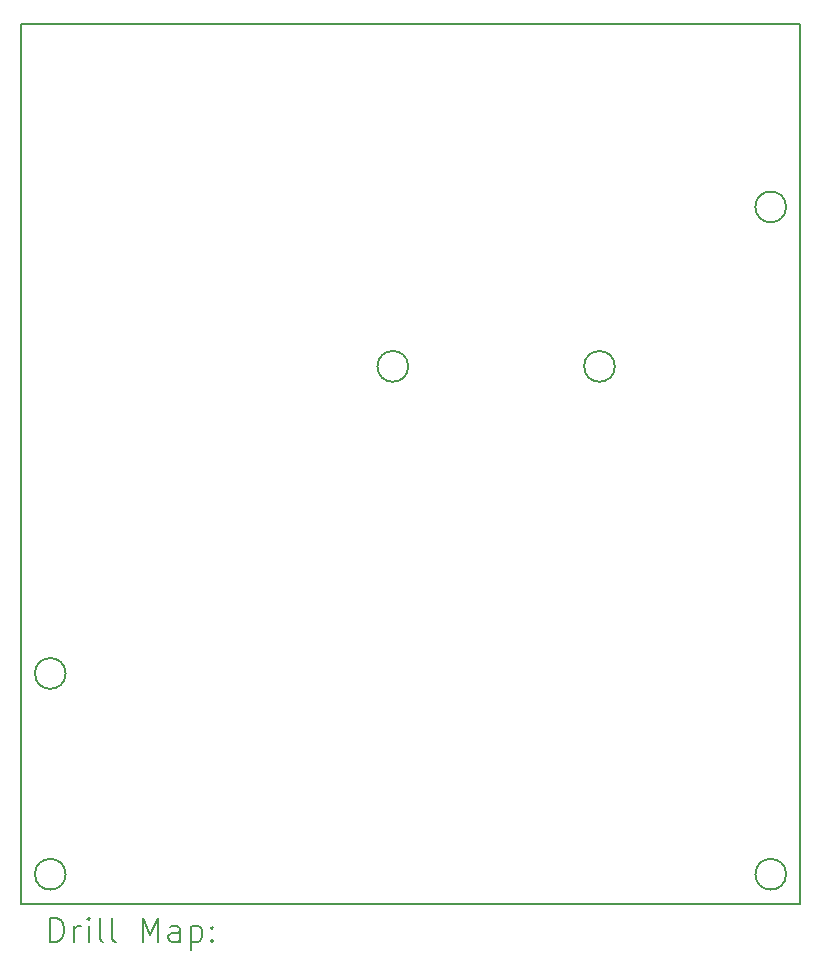
<source format=gbr>
%TF.GenerationSoftware,KiCad,Pcbnew,8.0.2*%
%TF.CreationDate,2024-11-11T15:44:15-05:00*%
%TF.ProjectId,PTZ_Camera_Head,50545a5f-4361-46d6-9572-615f48656164,rev?*%
%TF.SameCoordinates,Original*%
%TF.FileFunction,Drillmap*%
%TF.FilePolarity,Positive*%
%FSLAX45Y45*%
G04 Gerber Fmt 4.5, Leading zero omitted, Abs format (unit mm)*
G04 Created by KiCad (PCBNEW 8.0.2) date 2024-11-11 15:44:15*
%MOMM*%
%LPD*%
G01*
G04 APERTURE LIST*
%ADD10C,0.200000*%
G04 APERTURE END LIST*
D10*
X13180000Y-10500000D02*
G75*
G02*
X12920000Y-10500000I-130000J0D01*
G01*
X12920000Y-10500000D02*
G75*
G02*
X13180000Y-10500000I130000J0D01*
G01*
X19280000Y-6550000D02*
G75*
G02*
X19020000Y-6550000I-130000J0D01*
G01*
X19020000Y-6550000D02*
G75*
G02*
X19280000Y-6550000I130000J0D01*
G01*
X12800000Y-5000000D02*
X19400000Y-5000000D01*
X19400000Y-12450000D01*
X12800000Y-12450000D01*
X12800000Y-5000000D01*
X13180000Y-12200000D02*
G75*
G02*
X12920000Y-12200000I-130000J0D01*
G01*
X12920000Y-12200000D02*
G75*
G02*
X13180000Y-12200000I130000J0D01*
G01*
X17830000Y-7900000D02*
G75*
G02*
X17570000Y-7900000I-130000J0D01*
G01*
X17570000Y-7900000D02*
G75*
G02*
X17830000Y-7900000I130000J0D01*
G01*
X16080000Y-7900000D02*
G75*
G02*
X15820000Y-7900000I-130000J0D01*
G01*
X15820000Y-7900000D02*
G75*
G02*
X16080000Y-7900000I130000J0D01*
G01*
X19280000Y-12200000D02*
G75*
G02*
X19020000Y-12200000I-130000J0D01*
G01*
X19020000Y-12200000D02*
G75*
G02*
X19280000Y-12200000I130000J0D01*
G01*
X13050777Y-12771484D02*
X13050777Y-12571484D01*
X13050777Y-12571484D02*
X13098396Y-12571484D01*
X13098396Y-12571484D02*
X13126967Y-12581008D01*
X13126967Y-12581008D02*
X13146015Y-12600055D01*
X13146015Y-12600055D02*
X13155539Y-12619103D01*
X13155539Y-12619103D02*
X13165062Y-12657198D01*
X13165062Y-12657198D02*
X13165062Y-12685769D01*
X13165062Y-12685769D02*
X13155539Y-12723865D01*
X13155539Y-12723865D02*
X13146015Y-12742912D01*
X13146015Y-12742912D02*
X13126967Y-12761960D01*
X13126967Y-12761960D02*
X13098396Y-12771484D01*
X13098396Y-12771484D02*
X13050777Y-12771484D01*
X13250777Y-12771484D02*
X13250777Y-12638150D01*
X13250777Y-12676246D02*
X13260301Y-12657198D01*
X13260301Y-12657198D02*
X13269824Y-12647674D01*
X13269824Y-12647674D02*
X13288872Y-12638150D01*
X13288872Y-12638150D02*
X13307920Y-12638150D01*
X13374586Y-12771484D02*
X13374586Y-12638150D01*
X13374586Y-12571484D02*
X13365062Y-12581008D01*
X13365062Y-12581008D02*
X13374586Y-12590531D01*
X13374586Y-12590531D02*
X13384110Y-12581008D01*
X13384110Y-12581008D02*
X13374586Y-12571484D01*
X13374586Y-12571484D02*
X13374586Y-12590531D01*
X13498396Y-12771484D02*
X13479348Y-12761960D01*
X13479348Y-12761960D02*
X13469824Y-12742912D01*
X13469824Y-12742912D02*
X13469824Y-12571484D01*
X13603158Y-12771484D02*
X13584110Y-12761960D01*
X13584110Y-12761960D02*
X13574586Y-12742912D01*
X13574586Y-12742912D02*
X13574586Y-12571484D01*
X13831729Y-12771484D02*
X13831729Y-12571484D01*
X13831729Y-12571484D02*
X13898396Y-12714341D01*
X13898396Y-12714341D02*
X13965062Y-12571484D01*
X13965062Y-12571484D02*
X13965062Y-12771484D01*
X14146015Y-12771484D02*
X14146015Y-12666722D01*
X14146015Y-12666722D02*
X14136491Y-12647674D01*
X14136491Y-12647674D02*
X14117443Y-12638150D01*
X14117443Y-12638150D02*
X14079348Y-12638150D01*
X14079348Y-12638150D02*
X14060301Y-12647674D01*
X14146015Y-12761960D02*
X14126967Y-12771484D01*
X14126967Y-12771484D02*
X14079348Y-12771484D01*
X14079348Y-12771484D02*
X14060301Y-12761960D01*
X14060301Y-12761960D02*
X14050777Y-12742912D01*
X14050777Y-12742912D02*
X14050777Y-12723865D01*
X14050777Y-12723865D02*
X14060301Y-12704817D01*
X14060301Y-12704817D02*
X14079348Y-12695293D01*
X14079348Y-12695293D02*
X14126967Y-12695293D01*
X14126967Y-12695293D02*
X14146015Y-12685769D01*
X14241253Y-12638150D02*
X14241253Y-12838150D01*
X14241253Y-12647674D02*
X14260301Y-12638150D01*
X14260301Y-12638150D02*
X14298396Y-12638150D01*
X14298396Y-12638150D02*
X14317443Y-12647674D01*
X14317443Y-12647674D02*
X14326967Y-12657198D01*
X14326967Y-12657198D02*
X14336491Y-12676246D01*
X14336491Y-12676246D02*
X14336491Y-12733388D01*
X14336491Y-12733388D02*
X14326967Y-12752436D01*
X14326967Y-12752436D02*
X14317443Y-12761960D01*
X14317443Y-12761960D02*
X14298396Y-12771484D01*
X14298396Y-12771484D02*
X14260301Y-12771484D01*
X14260301Y-12771484D02*
X14241253Y-12761960D01*
X14422205Y-12752436D02*
X14431729Y-12761960D01*
X14431729Y-12761960D02*
X14422205Y-12771484D01*
X14422205Y-12771484D02*
X14412682Y-12761960D01*
X14412682Y-12761960D02*
X14422205Y-12752436D01*
X14422205Y-12752436D02*
X14422205Y-12771484D01*
X14422205Y-12647674D02*
X14431729Y-12657198D01*
X14431729Y-12657198D02*
X14422205Y-12666722D01*
X14422205Y-12666722D02*
X14412682Y-12657198D01*
X14412682Y-12657198D02*
X14422205Y-12647674D01*
X14422205Y-12647674D02*
X14422205Y-12666722D01*
M02*

</source>
